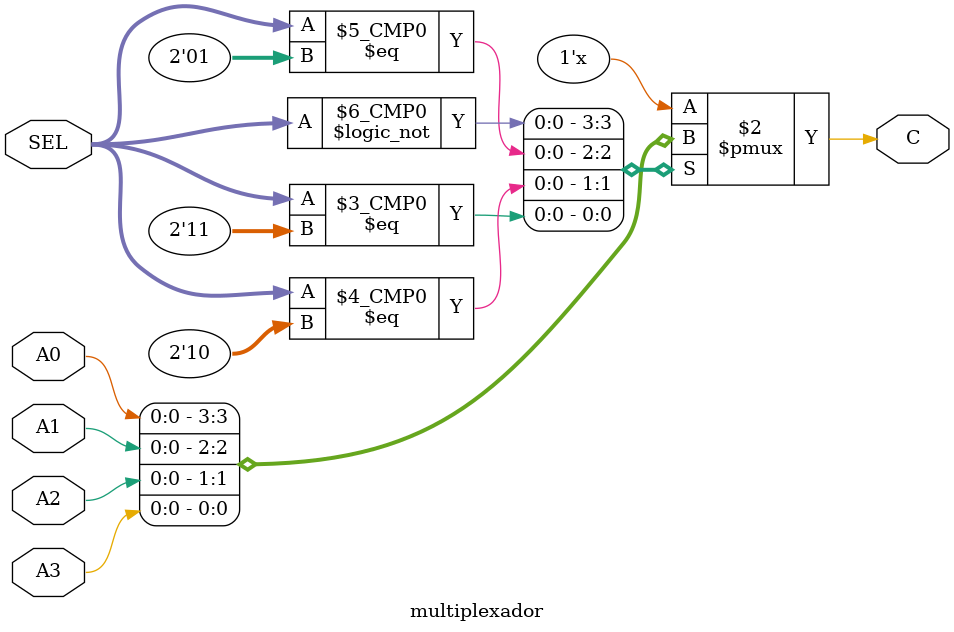
<source format=sv>
module multiplexador (input [1:0] SEL, input A0, A1, A2, A3, output logic C);

always_comb begin
	
	case(SEL)
		2'd0: C <= A0;
		2'd1: C <= A1;
		2'd2: C <= A2;
		2'd3: C <= A3;
	endcase
end

endmodule
		
</source>
